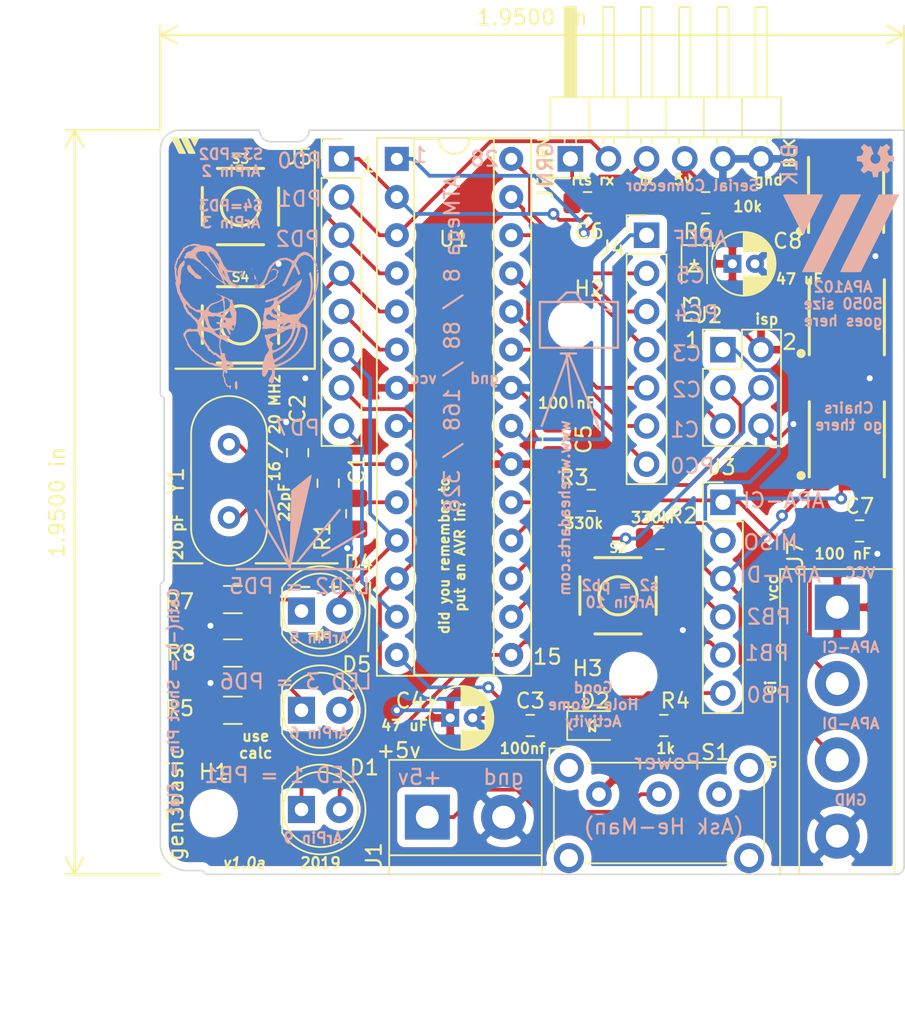
<source format=kicad_pcb>
(kicad_pcb (version 20171130) (host pcbnew "(5.1.2)-1")
  (layers (0 F.Cu signal) (31 B.Cu signal) (34 B.Paste user) (35 F.Paste user) (36 B.SilkS user hide) (37 F.SilkS user) (38 B.Mask user) (39 F.Mask user) (44 Edge.Cuts user))
  (net 0 "")
  (net 1 GND)
  (net 2 VCC)
  (net 3 "Net-(D1-Pad1)")
  (net 4 "Net-(D4-Pad1)")
  (net 5 "Net-(D6-Pad6)")
  (net 6 "Net-(D6-Pad5)")
  (net 7 "Net-(D7-Pad6)")
  (net 8 "Net-(D7-Pad5)")
  (net 9 OSC1)
  (net 10 OSC2)
  (net 11 /PD4)
  (net 12 /PD7)
  (net 13 /PD3)
  (net 14 /PD2)
  (net 15 /LED1)
  (net 16 /PWRLED)
  (net 17 /LED2)
  (net 18 /LED3)
  (net 19 /PB5)
  (net 20 /MISO)
  (net 21 /MOSI)
  (net 22 /PC0)
  (net 23 /PC1)
  (net 24 /PC2)
  (net 25 /PC3)
  (net 26 /PC4)
  (net 27 /PC5)
  (net 28 /PB0)
  (net 29 /PB2)
  (net 30 /RESET#)
  (net 31 "Net-(D5-Pad1)")
  (net 32 /PD1-TXD)
  (net 33 /PD0-RXD)
  (net 34 /DTR)
  (net 35 /IN+)
  (net 36 /APA-CI)
  (net 37 /APA-DI)
  (net 38 /AREF)
  (module SparkFun-LED:APA102C (layer F.Cu) (at 96.471 48.755 270)
    (fp_text reference D8 hide)
    (fp_text value APA102C hide)
    (pad 1 smd rect (at 2.4 1.7 270) (size 2 1.1) (layers F.Cu F.Paste F.Mask) (net 7 "Net-(D7-Pad6)"))
    (pad 2 smd rect (at 2.399998 0 270) (size 2 1.1) (layers F.Cu F.Paste F.Mask) (net 8 "Net-(D7-Pad5)"))
    (pad 3 smd rect (at 2.4 -1.700001 270) (size 2 1.1) (layers F.Cu F.Paste F.Mask) (net 1 GND))
    (pad 4 smd rect (at -2.4 -1.7 90) (size 2 1.1) (layers F.Cu F.Paste F.Mask) (net 2 VCC))
    (pad 5 smd rect (at -2.399998 0 90) (size 2 1.1) (layers F.Cu F.Paste F.Mask))
    (pad 6 smd rect (at -2.4 1.700001 90) (size 2 1.1) (layers F.Cu F.Paste F.Mask))
  )
  (module SparkFun-LED:APA102C (layer F.Cu) (at 96.52 56.896 270)
    (fp_text reference D7 hide)
    (fp_text value APA102C hide)
    (pad 1 smd rect (at 2.4 1.7 270) (size 2 1.1) (layers F.Cu F.Paste F.Mask) (net 5 "Net-(D6-Pad6)"))
    (pad 2 smd rect (at 2.399998 0 270) (size 2 1.1) (layers F.Cu F.Paste F.Mask) (net 6 "Net-(D6-Pad5)"))
    (pad 3 smd rect (at 2.4 -1.700001 270) (size 2 1.1) (layers F.Cu F.Paste F.Mask) (net 1 GND))
    (pad 4 smd rect (at -2.4 -1.7 90) (size 2 1.1) (layers F.Cu F.Paste F.Mask) (net 2 VCC))
    (pad 5 smd rect (at -2.399998 0 90) (size 2 1.1) (layers F.Cu F.Paste F.Mask) (net 8 "Net-(D7-Pad5)"))
    (pad 6 smd rect (at -2.4 1.700001 90) (size 2 1.1) (layers F.Cu F.Paste F.Mask) (net 7 "Net-(D7-Pad6)"))
  )
  (module SparkFun-LED:APA102C (layer F.Cu) (at 96.52 65.024 270)
    (fp_text reference D6 hide)
    (fp_text value APA102C hide)
    (pad 1 smd rect (at 2.4 1.7 270) (size 2 1.1) (layers F.Cu F.Paste F.Mask) (net 37 /APA-DI))
    (pad 2 smd rect (at 2.399998 0 270) (size 2 1.1) (layers F.Cu F.Paste F.Mask) (net 36 /APA-CI))
    (pad 3 smd rect (at 2.4 -1.700001 270) (size 2 1.1) (layers F.Cu F.Paste F.Mask) (net 1 GND))
    (pad 4 smd rect (at -2.4 -1.7 90) (size 2 1.1) (layers F.Cu F.Paste F.Mask) (net 2 VCC))
    (pad 5 smd rect (at -2.399998 0 90) (size 2 1.1) (layers F.Cu F.Paste F.Mask) (net 6 "Net-(D6-Pad5)"))
    (pad 6 smd rect (at -2.4 1.700001 90) (size 2 1.1) (layers F.Cu F.Paste F.Mask) (net 5 "Net-(D6-Pad6)"))
  )
  (module myFootprints:W-Logo (layer B.Cu) (at 93.599 52.578 180)
    (fp_text reference REF** hide)
    (fp_text value W-Logo hide)
  )
  (module SparkFun-Aesthetics:OSHW-LOGO-MINI (layer B.Cu) (at 98.425 46.355)
    (fp_text reference "" (at 0 0) (layer B.SilkS) (effects (font (size 1.524 1.524)) (justify mirror)))
    (fp_text value "" (at 0 0) (layer B.SilkS) (effects (font (size 1.524 1.524)) (justify mirror)))
  )
  (module "myFootprints:Linds Fairy" (layer B.Cu) (at 56.642 57.785 180)
    (fp_text reference G*** hide)
    (fp_text value LOGO hide)
  )
  (module Connector_PinHeader_2.54mm:PinHeader_1x06_P2.54mm_Horizontal (layer F.Cu) (at 78.105 46.355 90)
    (fp_text reference J6 (at -1.905 -1.651 270) (layer F.SilkS))
    (fp_text value Conn_01x06)
    (pad 6 thru_hole oval (at 0 12.7 90) (size 1.7 1.7) (drill 1) (layers *.Cu *.Mask) (net 1 GND))
    (pad 5 thru_hole oval (at 0 10.16 90) (size 1.7 1.7) (drill 1) (layers *.Cu *.Mask) (net 1 GND))
    (pad 4 thru_hole oval (at 0 7.62 90) (size 1.7 1.7) (drill 1) (layers *.Cu *.Mask) (net 2 VCC))
    (pad 3 thru_hole oval (at 0 5.08 90) (size 1.7 1.7) (drill 1) (layers *.Cu *.Mask) (net 33 /PD0-RXD))
    (pad 2 thru_hole oval (at 0 2.54 90) (size 1.7 1.7) (drill 1) (layers *.Cu *.Mask) (net 32 /PD1-TXD))
    (pad 1 thru_hole rect (at 0 0 90) (size 1.7 1.7) (drill 1) (layers *.Cu *.Mask) (net 34 /DTR))
  )
  (module TerminalBlock:TerminalBlock_bornier-2_P5.08mm (layer F.Cu) (at 68.58 90.17)
    (fp_text reference J1 (at -3.556 2.54 90) (layer F.SilkS))
    (fp_text value Screw_Terminal_01x02)
    (pad 2 thru_hole circle (at 5.08 0) (size 3 3) (drill 1.52) (layers *.Cu *.Mask) (net 1 GND))
    (pad 1 thru_hole rect (at 0 0) (size 3 3) (drill 1.52) (layers *.Cu *.Mask) (net 35 /IN+))
  )
  (module Button_Switch_THT:SW_E-Switch_EG1224_SPDT_Angled (layer F.Cu) (at 80.01 88.646)
    (fp_text reference S1 (at 7.747 -2.794) (layer F.SilkS))
    (fp_text value "EG1224 ")
    (pad 3 thru_hole circle (at 8 0) (size 1.7 1.7) (drill 0.9) (layers *.Cu *.Mask))
    (pad 2 thru_hole circle (at 4 0) (size 1.7 1.7) (drill 0.9) (layers *.Cu *.Mask) (net 35 /IN+))
    (pad 1 thru_hole circle (at 0 0) (size 1.7 1.7) (drill 0.9) (layers *.Cu *.Mask) (net 2 VCC))
    (pad "" thru_hole circle (at -2 4.25) (size 2 2) (drill 1.2) (layers *.Cu *.Mask))
    (pad "" thru_hole circle (at 10 4.25) (size 2 2) (drill 1.2) (layers *.Cu *.Mask))
    (pad "" thru_hole circle (at 10 -1.75) (size 2 2) (drill 1.2) (layers *.Cu *.Mask))
    (pad "" thru_hole circle (at -2 -1.75) (size 2 2) (drill 1.2) (layers *.Cu *.Mask))
  )
  (module Resistor_SMD:R_0805_2012Metric_Pad1.15x1.40mm_HandSolder (layer F.Cu) (at 84.074 71.628)
    (fp_text reference R2 (at 1.524 -1.524) (layer F.SilkS))
    (fp_text value 330k)
    (pad 2 smd roundrect (at 1.025 0) (size 1.15 1.4) (layers F.Cu F.Paste F.Mask) (roundrect_rratio 0.217391) (net 37 /APA-DI))
    (pad 1 smd roundrect (at -1.025 0) (size 1.15 1.4) (layers F.Cu F.Paste F.Mask) (roundrect_rratio 0.217391) (net 21 /MOSI))
  )
  (module Resistor_SMD:R_0805_2012Metric_Pad1.15x1.40mm_HandSolder (layer F.Cu) (at 79.502 69.088)
    (fp_text reference R3 (at -1.143 -1.524) (layer F.SilkS))
    (fp_text value 330k)
    (pad 2 smd roundrect (at 1.025 0) (size 1.15 1.4) (layers F.Cu F.Paste F.Mask) (roundrect_rratio 0.217391) (net 36 /APA-CI))
    (pad 1 smd roundrect (at -1.025 0) (size 1.15 1.4) (layers F.Cu F.Paste F.Mask) (roundrect_rratio 0.217391) (net 19 /PB5))
  )
  (module MountingHole:MountingHole_2.2mm_M2_ISO7380 (layer F.Cu) (at 82.296 80.772)
    (fp_text reference H3 (at -3.048 -0.508) (layer F.SilkS))
    (fp_text value MountingHole)
    (pad 1 np_thru_hole circle (at 0 0) (size 2.2 2.2) (drill 2.2) (layers *.Cu *.Mask))
  )
  (module MountingHole:MountingHole_2.2mm_M2_ISO7380 (layer F.Cu) (at 78.232 57.404)
    (fp_text reference H2 (at 1.143 -2.413) (layer F.SilkS))
    (fp_text value MountingHole)
    (pad 1 np_thru_hole circle (at 0 0) (size 2.2 2.2) (drill 2.2) (layers *.Cu *.Mask))
  )
  (module MountingHole:MountingHole_2.2mm_M2_ISO7380 (layer F.Cu) (at 54.356 89.916)
    (fp_text reference H1 (at 0 -2.75) (layer F.SilkS))
    (fp_text value MountingHole)
    (pad 1 np_thru_hole circle (at 0 0) (size 2.2 2.2) (drill 2.2) (layers *.Cu *.Mask))
  )
  (module Capacitor_SMD:C_0805_2012Metric_Pad1.15x1.40mm_HandSolder (layer F.Cu) (at 75.438 84.074)
    (fp_text reference C3 (at 0 -1.65) (layer F.SilkS))
    (fp_text value 100nF)
    (pad 1 smd roundrect (at -1.025 0) (size 1.15 1.4) (layers F.Cu F.Paste F.Mask) (roundrect_rratio 0.217391) (net 2 VCC))
    (pad 2 smd roundrect (at 1.025 0) (size 1.15 1.4) (layers F.Cu F.Paste F.Mask) (roundrect_rratio 0.217391) (net 1 GND))
  )
  (module SparkFun-Switches:TACTILE_SWITCH_SMD_5.2MM (layer F.Cu) (at 81.28 75.438)
    (fp_text reference S2 (at 0 -3.175) (layer F.SilkS) (effects (font (size 0.6096 0.6096) (thickness 0.127))))
    (fp_text value MOMENTARY-SWITCH-SPST-SMD-5.2-REDUNDANT hide)
    (pad 4 smd rect (at 2.794 1.905 90) (size 0.762 1.524) (layers F.Cu F.Paste F.Mask) (net 1 GND))
    (pad 3 smd rect (at -2.794 1.905 90) (size 0.762 1.524) (layers F.Cu F.Paste F.Mask) (net 1 GND))
    (pad 2 smd rect (at 2.794 -1.905 90) (size 0.762 1.524) (layers F.Cu F.Paste F.Mask) (net 29 /PB2))
    (pad 1 smd rect (at -2.794 -1.905 90) (size 0.762 1.524) (layers F.Cu F.Paste F.Mask) (net 29 /PB2))
  )
  (module Resistor_SMD:R_1206_3216Metric_Pad1.42x1.75mm_HandSolder (layer F.Cu) (at 55.626 79.248 180)
    (fp_text reference R8 (at 3.429 0) (layer F.SilkS))
    (fp_text value 1k)
    (pad 2 smd roundrect (at 1.4875 0 180) (size 1.425 1.75) (layers F.Cu F.Paste F.Mask) (roundrect_rratio 0.175439) (net 1 GND))
    (pad 1 smd roundrect (at -1.4875 0 180) (size 1.425 1.75) (layers F.Cu F.Paste F.Mask) (roundrect_rratio 0.175439) (net 31 "Net-(D5-Pad1)"))
  )
  (module Resistor_SMD:R_1206_3216Metric_Pad1.42x1.75mm_HandSolder (layer F.Cu) (at 55.626 75.692 180)
    (fp_text reference R7 (at 3.556 -0.127) (layer F.SilkS))
    (fp_text value 1k)
    (pad 2 smd roundrect (at 1.4875 0 180) (size 1.425 1.75) (layers F.Cu F.Paste F.Mask) (roundrect_rratio 0.175439) (net 1 GND))
    (pad 1 smd roundrect (at -1.4875 0 180) (size 1.425 1.75) (layers F.Cu F.Paste F.Mask) (roundrect_rratio 0.175439) (net 4 "Net-(D4-Pad1)"))
  )
  (module Resistor_SMD:R_1206_3216Metric_Pad1.42x1.75mm_HandSolder (layer F.Cu) (at 55.626 83.058 180)
    (fp_text reference R5 (at 3.556 0.127) (layer F.SilkS))
    (fp_text value 1k)
    (pad 2 smd roundrect (at 1.4875 0 180) (size 1.425 1.75) (layers F.Cu F.Paste F.Mask) (roundrect_rratio 0.175439) (net 1 GND))
    (pad 1 smd roundrect (at -1.4875 0 180) (size 1.425 1.75) (layers F.Cu F.Paste F.Mask) (roundrect_rratio 0.175439) (net 3 "Net-(D1-Pad1)"))
  )
  (module Resistor_SMD:R_0805_2012Metric_Pad1.15x1.40mm_HandSolder (layer F.Cu) (at 61.976 67.945 270)
    (fp_text reference R1 (at 3.556 0.381 90) (layer F.SilkS))
    (fp_text value 1M)
    (pad 2 smd roundrect (at 1.025 0 270) (size 1.15 1.4) (layers F.Cu F.Paste F.Mask) (roundrect_rratio 0.217391) (net 9 OSC1))
    (pad 1 smd roundrect (at -1.025 0 270) (size 1.15 1.4) (layers F.Cu F.Paste F.Mask) (roundrect_rratio 0.217391) (net 10 OSC2))
  )
  (module Crystal:Crystal_HC49-U_Vertical (layer F.Cu) (at 55.372 70.231 90)
    (fp_text reference Y1 (at 2.44 -3.525 90) (layer F.SilkS))
    (fp_text value "16.0000MHZ 20PF")
    (pad 2 thru_hole circle (at 4.88 0 90) (size 1.5 1.5) (drill 0.8) (layers *.Cu *.Mask) (net 10 OSC2))
    (pad 1 thru_hole circle (at 0 0 90) (size 1.5 1.5) (drill 0.8) (layers *.Cu *.Mask) (net 9 OSC1))
  )
  (module SparkFun-Switches:TACTILE_SWITCH_SMD_5.2MM (layer F.Cu) (at 56.134 57.404)
    (fp_text reference S4 (at 0 -3.175) (layer F.SilkS) (effects (font (size 0.6096 0.6096) (thickness 0.127))))
    (fp_text value MOMENTARY-SWITCH-SPST-SMD-5.2-REDUNDANT hide)
    (pad 4 smd rect (at 2.794 1.905 90) (size 0.762 1.524) (layers F.Cu F.Paste F.Mask) (net 1 GND))
    (pad 3 smd rect (at -2.794 1.905 90) (size 0.762 1.524) (layers F.Cu F.Paste F.Mask) (net 1 GND))
    (pad 2 smd rect (at 2.794 -1.905 90) (size 0.762 1.524) (layers F.Cu F.Paste F.Mask) (net 13 /PD3))
    (pad 1 smd rect (at -2.794 -1.905 90) (size 0.762 1.524) (layers F.Cu F.Paste F.Mask) (net 13 /PD3))
  )
  (module SparkFun-Switches:TACTILE_SWITCH_SMD_5.2MM (layer F.Cu) (at 56.134 49.53)
    (fp_text reference S3 (at 0 -3.175) (layer F.SilkS) (effects (font (size 0.6096 0.6096) (thickness 0.127))))
    (fp_text value MOMENTARY-SWITCH-SPST-SMD-5.2-REDUNDANT hide)
    (pad 4 smd rect (at 2.794 1.905 90) (size 0.762 1.524) (layers F.Cu F.Paste F.Mask) (net 1 GND))
    (pad 3 smd rect (at -2.794 1.905 90) (size 0.762 1.524) (layers F.Cu F.Paste F.Mask) (net 1 GND))
    (pad 2 smd rect (at 2.794 -1.905 90) (size 0.762 1.524) (layers F.Cu F.Paste F.Mask) (net 14 /PD2))
    (pad 1 smd rect (at -2.794 -1.905 90) (size 0.762 1.524) (layers F.Cu F.Paste F.Mask) (net 14 /PD2))
  )
  (module Resistor_SMD:R_0805_2012Metric_Pad1.15x1.40mm_HandSolder (layer F.Cu) (at 87.122 49.276)
    (fp_text reference R6 (at -0.508 1.905) (layer F.SilkS))
    (fp_text value 10k)
    (pad 2 smd roundrect (at 1.025 0) (size 1.15 1.4) (layers F.Cu F.Paste F.Mask) (roundrect_rratio 0.217391) (net 2 VCC))
    (pad 1 smd roundrect (at -1.025 0) (size 1.15 1.4) (layers F.Cu F.Paste F.Mask) (roundrect_rratio 0.217391) (net 30 /RESET#))
  )
  (module Resistor_SMD:R_0805_2012Metric_Pad1.15x1.40mm_HandSolder (layer F.Cu) (at 84.328 84.074)
    (fp_text reference R4 (at 0.762 -1.651) (layer F.SilkS))
    (fp_text value 1k)
    (pad 1 smd roundrect (at -1.025 0) (size 1.15 1.4) (layers F.Cu F.Paste F.Mask) (roundrect_rratio 0.217391) (net 16 /PWRLED))
    (pad 2 smd roundrect (at 1.025 0) (size 1.15 1.4) (layers F.Cu F.Paste F.Mask) (roundrect_rratio 0.217391) (net 2 VCC))
  )
  (module Connector_PinHeader_2.54mm:PinHeader_1x07_P2.54mm_Vertical (layer F.Cu) (at 83.185 51.435)
    (fp_text reference J4 (at -2.286 0.889) (layer F.SilkS))
    (fp_text value Conn_01x07)
    (pad 7 thru_hole oval (at 0 15.24) (size 1.7 1.7) (drill 1) (layers *.Cu *.Mask) (net 22 /PC0))
    (pad 6 thru_hole oval (at 0 12.7) (size 1.7 1.7) (drill 1) (layers *.Cu *.Mask) (net 23 /PC1))
    (pad 5 thru_hole oval (at 0 10.16) (size 1.7 1.7) (drill 1) (layers *.Cu *.Mask) (net 24 /PC2))
    (pad 4 thru_hole oval (at 0 7.62) (size 1.7 1.7) (drill 1) (layers *.Cu *.Mask) (net 25 /PC3))
    (pad 3 thru_hole oval (at 0 5.08) (size 1.7 1.7) (drill 1) (layers *.Cu *.Mask) (net 26 /PC4))
    (pad 2 thru_hole oval (at 0 2.54) (size 1.7 1.7) (drill 1) (layers *.Cu *.Mask) (net 27 /PC5))
    (pad 1 thru_hole rect (at 0 0) (size 1.7 1.7) (drill 1) (layers *.Cu *.Mask) (net 38 /AREF))
  )
  (module Connector_PinHeader_2.54mm:PinHeader_1x06_P2.54mm_Vertical (layer F.Cu) (at 88.265 69.215)
    (fp_text reference J3 (at 0 -2.33) (layer F.SilkS))
    (fp_text value Conn_01x06)
    (pad 6 thru_hole oval (at 0 12.7) (size 1.7 1.7) (drill 1) (layers *.Cu *.Mask) (net 28 /PB0))
    (pad 5 thru_hole oval (at 0 10.16) (size 1.7 1.7) (drill 1) (layers *.Cu *.Mask) (net 15 /LED1))
    (pad 4 thru_hole oval (at 0 7.62) (size 1.7 1.7) (drill 1) (layers *.Cu *.Mask) (net 29 /PB2))
    (pad 3 thru_hole oval (at 0 5.08) (size 1.7 1.7) (drill 1) (layers *.Cu *.Mask) (net 37 /APA-DI))
    (pad 2 thru_hole oval (at 0 2.54) (size 1.7 1.7) (drill 1) (layers *.Cu *.Mask) (net 20 /MISO))
    (pad 1 thru_hole rect (at 0 0) (size 1.7 1.7) (drill 1) (layers *.Cu *.Mask) (net 36 /APA-CI))
  )
  (module LED_THT:LED_D5.0mm_Clear (layer F.Cu) (at 60.198 83.058)
    (fp_text reference D5 (at 3.683 -3.048) (layer F.SilkS))
    (fp_text value LED)
    (pad 2 thru_hole circle (at 2.54 0) (size 1.8 1.8) (drill 0.9) (layers *.Cu *.Mask) (net 18 /LED3))
    (pad 1 thru_hole rect (at 0 0) (size 1.8 1.8) (drill 0.9) (layers *.Cu *.Mask) (net 31 "Net-(D5-Pad1)"))
  )
  (module LED_THT:LED_D5.0mm_Clear (layer F.Cu) (at 60.198 76.454)
    (fp_text reference D4 (at 3.81 -3.175) (layer F.SilkS))
    (fp_text value LED)
    (pad 2 thru_hole circle (at 2.54 0) (size 1.8 1.8) (drill 0.9) (layers *.Cu *.Mask) (net 17 /LED2))
    (pad 1 thru_hole rect (at 0 0) (size 1.8 1.8) (drill 0.9) (layers *.Cu *.Mask) (net 4 "Net-(D4-Pad1)"))
  )
  (module Diode_SMD:D_SOD-323 (layer F.Cu) (at 86.36 53.594 270)
    (fp_text reference D3 (at 2.794 0.127 90) (layer F.SilkS))
    (fp_text value 1N4148WS)
    (pad 2 smd rect (at 1.05 0 270) (size 0.6 0.45) (layers F.Cu F.Paste F.Mask) (net 30 /RESET#))
    (pad 1 smd rect (at -1.05 0 270) (size 0.6 0.45) (layers F.Cu F.Paste F.Mask) (net 2 VCC))
  )
  (module LED_SMD:LED_0805_2012Metric_Pad1.15x1.40mm_HandSolder (layer F.Cu) (at 79.756 84.074)
    (fp_text reference D2 (at 0 -1.65) (layer F.SilkS))
    (fp_text value LED)
    (pad 1 smd roundrect (at -1.025 0) (size 1.15 1.4) (layers F.Cu F.Paste F.Mask) (roundrect_rratio 0.217391) (net 1 GND))
    (pad 2 smd roundrect (at 1.025 0) (size 1.15 1.4) (layers F.Cu F.Paste F.Mask) (roundrect_rratio 0.217391) (net 16 /PWRLED))
  )
  (module LED_THT:LED_D5.0mm_Clear (layer F.Cu) (at 60.198 89.662)
    (fp_text reference D1 (at 4.191 -2.794) (layer F.SilkS))
    (fp_text value LED)
    (pad 2 thru_hole circle (at 2.54 0) (size 1.8 1.8) (drill 0.9) (layers *.Cu *.Mask) (net 15 /LED1))
    (pad 1 thru_hole rect (at 0 0) (size 1.8 1.8) (drill 0.9) (layers *.Cu *.Mask) (net 3 "Net-(D1-Pad1)"))
  )
  (module Capacitor_SMD:C_0805_2012Metric_Pad1.15x1.40mm_HandSolder (layer F.Cu) (at 59.944 65.913 270)
    (fp_text reference C2 (at -2.921 0 90) (layer F.SilkS))
    (fp_text value 22pF)
    (pad 2 smd roundrect (at 1.025 0 270) (size 1.15 1.4) (layers F.Cu F.Paste F.Mask) (roundrect_rratio 0.217391) (net 10 OSC2))
    (pad 1 smd roundrect (at -1.025 0 270) (size 1.15 1.4) (layers F.Cu F.Paste F.Mask) (roundrect_rratio 0.217391) (net 1 GND))
  )
  (module Capacitor_SMD:C_0805_2012Metric_Pad1.15x1.40mm_HandSolder (layer F.Cu) (at 63.881 69.977 90)
    (fp_text reference C1 (at 2.921 0 90) (layer F.SilkS))
    (fp_text value 22pF)
    (pad 2 smd roundrect (at 1.025 0 90) (size 1.15 1.4) (layers F.Cu F.Paste F.Mask) (roundrect_rratio 0.217391) (net 9 OSC1))
    (pad 1 smd roundrect (at -1.025 0 90) (size 1.15 1.4) (layers F.Cu F.Paste F.Mask) (roundrect_rratio 0.217391) (net 1 GND))
  )
  (module Capacitor_SMD:C_0805_2012Metric_Pad1.15x1.40mm_HandSolder (layer F.Cu) (at 97.3725 71.12)
    (fp_text reference C7 (at 0 -1.65) (layer F.SilkS))
    (fp_text value "100 nF")
    (pad 2 smd roundrect (at 1.025 0) (size 1.15 1.4) (layers F.Cu F.Paste F.Mask) (roundrect_rratio 0.217391) (net 1 GND))
    (pad 1 smd roundrect (at -1.025 0) (size 1.15 1.4) (layers F.Cu F.Paste F.Mask) (roundrect_rratio 0.217391) (net 2 VCC))
  )
  (module Capacitor_SMD:C_0805_2012Metric_Pad1.15x1.40mm_HandSolder (layer F.Cu) (at 79.248 49.276)
    (fp_text reference C6 (at 0.127 1.905) (layer F.SilkS))
    (fp_text value "100 nF")
    (pad 2 smd roundrect (at 1.025 0) (size 1.15 1.4) (layers F.Cu F.Paste F.Mask) (roundrect_rratio 0.217391) (net 30 /RESET#))
    (pad 1 smd roundrect (at -1.025 0) (size 1.15 1.4) (layers F.Cu F.Paste F.Mask) (roundrect_rratio 0.217391) (net 34 /DTR))
  )
  (module Capacitor_SMD:C_0805_2012Metric_Pad1.15x1.40mm_HandSolder (layer F.Cu) (at 76.962 65.024 90)
    (fp_text reference C5 (at 0 2.032 90) (layer F.SilkS))
    (fp_text value "100 nF")
    (pad 2 smd roundrect (at 1.025 0 90) (size 1.15 1.4) (layers F.Cu F.Paste F.Mask) (roundrect_rratio 0.217391) (net 1 GND))
    (pad 1 smd roundrect (at -1.025 0 90) (size 1.15 1.4) (layers F.Cu F.Paste F.Mask) (roundrect_rratio 0.217391) (net 2 VCC))
  )
  (module Package_DIP:DIP-28_W7.62mm_Socket (layer F.Cu) (at 66.548 46.355)
    (fp_text reference U1 (at 3.81 5.334) (layer F.SilkS))
    (fp_text value ATMEGA328-PU)
    (pad 28 thru_hole oval (at 7.62 0) (size 1.6 1.6) (drill 0.8) (layers *.Cu *.Mask) (net 27 /PC5))
    (pad 14 thru_hole oval (at 0 33.02) (size 1.6 1.6) (drill 0.8) (layers *.Cu *.Mask) (net 28 /PB0))
    (pad 27 thru_hole oval (at 7.62 2.54) (size 1.6 1.6) (drill 0.8) (layers *.Cu *.Mask) (net 26 /PC4))
    (pad 13 thru_hole oval (at 0 30.48) (size 1.6 1.6) (drill 0.8) (layers *.Cu *.Mask) (net 12 /PD7))
    (pad 26 thru_hole oval (at 7.62 5.08) (size 1.6 1.6) (drill 0.8) (layers *.Cu *.Mask) (net 25 /PC3))
    (pad 12 thru_hole oval (at 0 27.94) (size 1.6 1.6) (drill 0.8) (layers *.Cu *.Mask) (net 18 /LED3))
    (pad 25 thru_hole oval (at 7.62 7.62) (size 1.6 1.6) (drill 0.8) (layers *.Cu *.Mask) (net 24 /PC2))
    (pad 11 thru_hole oval (at 0 25.4) (size 1.6 1.6) (drill 0.8) (layers *.Cu *.Mask) (net 17 /LED2))
    (pad 24 thru_hole oval (at 7.62 10.16) (size 1.6 1.6) (drill 0.8) (layers *.Cu *.Mask) (net 23 /PC1))
    (pad 10 thru_hole oval (at 0 22.86) (size 1.6 1.6) (drill 0.8) (layers *.Cu *.Mask) (net 9 OSC1))
    (pad 23 thru_hole oval (at 7.62 12.7) (size 1.6 1.6) (drill 0.8) (layers *.Cu *.Mask) (net 22 /PC0))
    (pad 9 thru_hole oval (at 0 20.32) (size 1.6 1.6) (drill 0.8) (layers *.Cu *.Mask) (net 10 OSC2))
    (pad 22 thru_hole oval (at 7.62 15.24) (size 1.6 1.6) (drill 0.8) (layers *.Cu *.Mask) (net 1 GND))
    (pad 8 thru_hole oval (at 0 17.78) (size 1.6 1.6) (drill 0.8) (layers *.Cu *.Mask) (net 1 GND))
    (pad 21 thru_hole oval (at 7.62 17.78) (size 1.6 1.6) (drill 0.8) (layers *.Cu *.Mask) (net 38 /AREF))
    (pad 7 thru_hole oval (at 0 15.24) (size 1.6 1.6) (drill 0.8) (layers *.Cu *.Mask) (net 2 VCC))
    (pad 20 thru_hole oval (at 7.62 20.32) (size 1.6 1.6) (drill 0.8) (layers *.Cu *.Mask) (net 2 VCC))
    (pad 6 thru_hole oval (at 0 12.7) (size 1.6 1.6) (drill 0.8) (layers *.Cu *.Mask) (net 11 /PD4))
    (pad 19 thru_hole oval (at 7.62 22.86) (size 1.6 1.6) (drill 0.8) (layers *.Cu *.Mask) (net 19 /PB5))
    (pad 5 thru_hole oval (at 0 10.16) (size 1.6 1.6) (drill 0.8) (layers *.Cu *.Mask) (net 13 /PD3))
    (pad 18 thru_hole oval (at 7.62 25.4) (size 1.6 1.6) (drill 0.8) (layers *.Cu *.Mask) (net 20 /MISO))
    (pad 4 thru_hole oval (at 0 7.62) (size 1.6 1.6) (drill 0.8) (layers *.Cu *.Mask) (net 14 /PD2))
    (pad 17 thru_hole oval (at 7.62 27.94) (size 1.6 1.6) (drill 0.8) (layers *.Cu *.Mask) (net 21 /MOSI))
    (pad 3 thru_hole oval (at 0 5.08) (size 1.6 1.6) (drill 0.8) (layers *.Cu *.Mask) (net 32 /PD1-TXD))
    (pad 16 thru_hole oval (at 7.62 30.48) (size 1.6 1.6) (drill 0.8) (layers *.Cu *.Mask) (net 29 /PB2))
    (pad 2 thru_hole oval (at 0 2.54) (size 1.6 1.6) (drill 0.8) (layers *.Cu *.Mask) (net 33 /PD0-RXD))
    (pad 15 thru_hole oval (at 7.62 33.02) (size 1.6 1.6) (drill 0.8) (layers *.Cu *.Mask) (net 15 /LED1))
    (pad 1 thru_hole rect (at 0 0) (size 1.6 1.6) (drill 0.8) (layers *.Cu *.Mask) (net 30 /RESET#))
  )
  (module TerminalBlock:TerminalBlock_bornier-4_P5.08mm (layer F.Cu) (at 95.885 76.2 270)
    (fp_text reference J7 (at -3.556 2.794 90) (layer F.SilkS))
    (fp_text value Screw_Terminal_01x04)
    (pad 4 thru_hole circle (at 15.24 0 270) (size 3 3) (drill 1.52) (layers *.Cu *.Mask) (net 1 GND))
    (pad 1 thru_hole rect (at 0 0 270) (size 3 3) (drill 1.52) (layers *.Cu *.Mask) (net 2 VCC))
    (pad 3 thru_hole circle (at 10.16 0 270) (size 3 3) (drill 1.52) (layers *.Cu *.Mask) (net 37 /APA-DI))
    (pad 2 thru_hole circle (at 5.08 0 270) (size 3 3) (drill 1.52) (layers *.Cu *.Mask) (net 36 /APA-CI))
  )
  (module Connector_PinHeader_2.54mm:PinHeader_1x08_P2.54mm_Vertical (layer F.Cu) (at 62.865 46.355)
    (fp_text reference J5 (at -2.794 -0.127) (layer F.SilkS))
    (fp_text value Conn_01x08)
    (pad 8 thru_hole oval (at 0 17.78) (size 1.7 1.7) (drill 1) (layers *.Cu *.Mask) (net 12 /PD7))
    (pad 7 thru_hole oval (at 0 15.24) (size 1.7 1.7) (drill 1) (layers *.Cu *.Mask) (net 18 /LED3))
    (pad 6 thru_hole oval (at 0 12.7) (size 1.7 1.7) (drill 1) (layers *.Cu *.Mask) (net 17 /LED2))
    (pad 5 thru_hole oval (at 0 10.16) (size 1.7 1.7) (drill 1) (layers *.Cu *.Mask) (net 11 /PD4))
    (pad 4 thru_hole oval (at 0 7.62) (size 1.7 1.7) (drill 1) (layers *.Cu *.Mask) (net 13 /PD3))
    (pad 3 thru_hole oval (at 0 5.08) (size 1.7 1.7) (drill 1) (layers *.Cu *.Mask) (net 14 /PD2))
    (pad 2 thru_hole oval (at 0 2.54) (size 1.7 1.7) (drill 1) (layers *.Cu *.Mask) (net 32 /PD1-TXD))
    (pad 1 thru_hole rect (at 0 0) (size 1.7 1.7) (drill 1) (layers *.Cu *.Mask) (net 33 /PD0-RXD))
  )
  (module Connector_PinHeader_2.54mm:PinHeader_2x03_P2.54mm_Vertical (layer F.Cu) (at 88.265 59.055)
    (fp_text reference J2 (at -0.889 -2.286) (layer F.SilkS))
    (fp_text value AVR-ISP-6)
    (pad 6 thru_hole oval (at 2.54 5.08) (size 1.7 1.7) (drill 1) (layers *.Cu *.Mask) (net 1 GND))
    (pad 5 thru_hole oval (at 0 5.08) (size 1.7 1.7) (drill 1) (layers *.Cu *.Mask) (net 30 /RESET#))
    (pad 4 thru_hole oval (at 2.54 2.54) (size 1.7 1.7) (drill 1) (layers *.Cu *.Mask) (net 21 /MOSI))
    (pad 3 thru_hole oval (at 0 2.54) (size 1.7 1.7) (drill 1) (layers *.Cu *.Mask) (net 19 /PB5))
    (pad 2 thru_hole oval (at 2.54 0) (size 1.7 1.7) (drill 1) (layers *.Cu *.Mask) (net 2 VCC))
    (pad 1 thru_hole rect (at 0 0) (size 1.7 1.7) (drill 1) (layers *.Cu *.Mask) (net 20 /MISO))
  )
  (module Capacitor_THT:CP_Radial_D4.0mm_P1.50mm (layer F.Cu) (at 88.9 53.34)
    (fp_text reference C8 (at 3.683 -1.524) (layer F.SilkS))
    (fp_text value 47uF)
    (pad 2 thru_hole circle (at 1.5 0) (size 1.2 1.2) (drill 0.6) (layers *.Cu *.Mask) (net 1 GND))
    (pad 1 thru_hole rect (at 0 0) (size 1.2 1.2) (drill 0.6) (layers *.Cu *.Mask) (net 2 VCC))
  )
  (module Capacitor_THT:CP_Radial_D4.0mm_P1.50mm (layer F.Cu) (at 70.104 83.566)
    (fp_text reference C4 (at -2.667 -1.143) (layer F.SilkS))
    (fp_text value 47uF)
    (pad 1 thru_hole rect (at 0 0) (size 1.2 1.2) (drill 0.6) (layers *.Cu *.Mask) (net 2 VCC))
    (pad 2 thru_hole circle (at 1.5 0) (size 1.2 1.2) (drill 0.6) (layers *.Cu *.Mask) (net 1 GND))
  )
  (gr_text "47 uF" (at 93.345 54.356) (layer F.SilkS) (effects (font (size 0.7 0.7))))
  (gr_text "APA102\n5050 size\ngoes here" (at 96.266 56.007) (layer B.SilkS) (effects (font (size 0.7 0.7)) (justify mirror)))
  (gr_line (start 78.486 55.245) (end 78.867 55.88) (layer B.SilkS) (width 0.15))
  (gr_line (start 77.851 55.245) (end 78.486 55.245) (layer B.SilkS) (width 0.15))
  (gr_line (start 77.216 55.88) (end 77.851 55.245) (layer B.SilkS) (width 0.15))
  (gr_line (start 77.851 59.309) (end 78.232 62.865) (layer B.SilkS) (width 0.15))
  (gr_line (start 77.978 59.309) (end 80.01 64.262) (layer B.SilkS) (width 0.15))
  (gr_line (start 77.978 59.309) (end 76.2 64.135) (layer B.SilkS) (width 0.15))
  (gr_line (start 77.47 59.309) (end 78.486 59.309) (layer B.SilkS) (width 0.15))
  (gr_line (start 80.772 56.515) (end 80.772 56.388) (layer B.SilkS) (width 0.15))
  (gr_line (start 80.645 56.388) (end 80.772 56.515) (layer B.SilkS) (width 0.15))
  (gr_line (start 80.391 56.388) (end 80.645 56.388) (layer B.SilkS) (width 0.15))
  (gr_line (start 76.073 55.88) (end 76.073 58.801) (layer B.SilkS) (width 0.15))
  (gr_line (start 81.28 55.88) (end 76.073 55.88) (layer B.SilkS) (width 0.15))
  (gr_line (start 81.28 58.928) (end 81.28 55.88) (layer B.SilkS) (width 0.15))
  (gr_line (start 76.073 58.928) (end 81.28 58.928) (layer B.SilkS) (width 0.15))
  (gr_text "Good\nHole-Some\nActivity" (at 79.629 82.677) (layer B.SilkS) (effects (font (size 0.7 0.7)) (justify mirror)))
  (gr_line (start 61.595 72.771) (end 64.389 71.12) (layer B.SilkS) (width 0.15))
  (gr_line (start 59.944 73.152) (end 62.738 69.723) (layer B.SilkS) (width 0.15))
  (gr_poly (pts (xy 59.436 73.66) (xy 59.563 68.453) (xy 60.833 67.437) (xy 59.436 73.533)) (layer B.SilkS) (width 0.1))
  (gr_line (start 59.436 73.533) (end 58.039 68.453) (layer B.SilkS) (width 0.15))
  (gr_line (start 59.436 73.533) (end 57.15 69.723) (layer B.SilkS) (width 0.15))
  (gr_line (start 55.88 73.66) (end 64.516 73.66) (layer B.SilkS) (width 0.15))
  (gr_text 2019 (at 61.468 93.218) (layer F.SilkS) (effects (font (size 0.7 0.7))))
  (gr_text gen3basic (at 51.816 89.281 90) (layer F.SilkS) (effects (font (size 1 1))))
  (gr_text www.wireheadarts.com (at 77.724 69.596 90) (layer B.SilkS) (effects (font (size 0.7 0.7)) (justify mirror)))
  (gr_text "did you remember to\nput an AVR in?" (at 70.231 72.771 90) (layer F.SilkS) (effects (font (size 0.65 0.65))))
  (gr_text - (at 77.978 82.804) (layer F.SilkS) (effects (font (size 0.6 0.6))))
  (gr_line (start 61.214 77.724) (end 61.214 78.359) (layer F.SilkS) (width 0.15))
  (gr_line (start 61.595 77.978) (end 62.103 77.978) (layer F.SilkS) (width 0.15))
  (gr_line (start 61.595 78.359) (end 61.341 78.105) (layer F.SilkS) (width 0.15))
  (gr_line (start 61.595 77.724) (end 61.595 78.359) (layer F.SilkS) (width 0.15))
  (gr_line (start 61.214 77.978) (end 61.595 77.724) (layer F.SilkS) (width 0.15))
  (gr_line (start 60.706 77.978) (end 61.214 77.978) (layer F.SilkS) (width 0.15))
  (gr_text + (at 62.357 74.803) (layer F.SilkS) (effects (font (size 0.7 0.7))))
  (gr_text - (at 60.452 74.803) (layer F.SilkS) (effects (font (size 0.7 0.7))))
  (gr_text "Cath(-) = Short Pin = Flat" (at 51.689 82.423 90) (layer B.SilkS) (effects (font (size 0.7 0.7)) (justify mirror)))
  (gr_text v1.0a (at 56.388 93.218) (layer F.SilkS) (effects (font (size 0.7 0.7) (thickness 0.15) italic)))
  (gr_poly (pts (xy 52.832 44.958) (xy 53.086 45.466) (xy 53.34 44.958)) (layer F.SilkS) (width 0.1))
  (gr_poly (pts (xy 52.197 44.958) (xy 52.705 45.974) (xy 53.086 45.974) (xy 52.578 44.958)) (layer F.SilkS) (width 0.1))
  (gr_poly (pts (xy 51.562 44.958) (xy 51.943 44.958) (xy 52.451 45.974) (xy 52.07 45.974)) (layer F.SilkS) (width 0.1))
  (gr_text "Chairs\ngo there" (at 96.647 63.5) (layer B.SilkS) (effects (font (size 0.7 0.7)) (justify mirror)))
  (gr_text "(Ask He-Man)" (at 84.328 90.805) (layer B.SilkS) (effects (font (size 1 1)) (justify mirror)))
  (gr_text Power (at 84.582 86.487) (layer B.SilkS) (effects (font (size 1 1)) (justify mirror)))
  (gr_text "S4=PD3\nArPin 3" (at 55.499 50.038) (layer B.SilkS) (effects (font (size 0.7 0.7)) (justify mirror)))
  (gr_text "S3=PD2\nArPin 2" (at 55.499 46.609) (layer B.SilkS) (effects (font (size 0.7 0.7)) (justify mirror)))
  (gr_text "s2 = pb2\nArPin 10" (at 81.407 75.311) (layer B.SilkS) (effects (font (size 0.7 0.7)) (justify mirror)))
  (gr_text "ArPin 9" (at 60.96 91.567) (layer B.SilkS) (effects (font (size 0.7 0.7)) (justify mirror)))
  (gr_text "ArPin 6" (at 61.341 84.582) (layer B.SilkS) (effects (font (size 0.7 0.7)) (justify mirror)))
  (gr_text "ArPin 5" (at 61.341 78.232) (layer B.SilkS) (effects (font (size 0.7 0.7)) (justify mirror)))
  (gr_text "Serial Connector" (at 86.233 48.133) (layer B.SilkS) (effects (font (size 0.7 0.7)) (justify mirror)))
  (gr_text PD2 (at 59.944 51.689) (layer B.SilkS) (effects (font (size 1 1)) (justify mirror)))
  (gr_text PD1 (at 60.071 49.022) (layer B.SilkS) (effects (font (size 1 1)) (justify mirror)))
  (gr_text BLK (at 92.71 46.736 90) (layer B.SilkS) (effects (font (size 1 1)) (justify mirror)))
  (gr_text GRN (at 76.454 46.736 90) (layer B.SilkS) (effects (font (size 1 1)) (justify mirror)))
  (gr_text vcc (at 68.326 60.96) (layer B.SilkS) (effects (font (size 0.7 0.7)) (justify mirror)))
  (gr_text gnd (at 72.39 60.96) (layer B.SilkS) (effects (font (size 0.7 0.7)) (justify mirror)))
  (gr_text GND (at 96.774 89.027) (layer B.SilkS) (effects (font (size 0.7 0.7)) (justify mirror)))
  (gr_text APA-DI (at 96.774 83.947) (layer B.SilkS) (effects (font (size 0.7 0.7)) (justify mirror)))
  (gr_text APA-CI (at 96.774 78.867) (layer B.SilkS) (effects (font (size 0.7 0.7)) (justify mirror)))
  (gr_text VCC (at 97.409 73.914) (layer B.SilkS) (effects (font (size 0.7 0.7)) (justify mirror)))
  (gr_text "LED2 = PD5" (at 60.071 74.803) (layer B.SilkS) (effects (font (size 1 1)) (justify mirror)))
  (gr_text "LED 3 = PD6" (at 59.817 81.153) (layer B.SilkS) (effects (font (size 1 1)) (justify mirror)))
  (gr_text "LED 1 = PB1" (at 58.801 87.376) (layer B.SilkS) (effects (font (size 1 1)) (justify mirror)))
  (gr_text AREF (at 86.741 51.689) (layer B.SilkS) (effects (font (size 1 1)) (justify mirror)))
  (gr_text C5 (at 86.106 54.102) (layer B.SilkS) (effects (font (size 1 1)) (justify mirror)))
  (gr_text PC4 (at 86.487 56.642) (layer B.SilkS) (effects (font (size 1 1)) (justify mirror)))
  (gr_text C3 (at 85.852 59.309) (layer B.SilkS) (effects (font (size 1 1)) (justify mirror)))
  (gr_text C2 (at 85.852 61.722) (layer B.SilkS) (effects (font (size 1 1)) (justify mirror)))
  (gr_text C1 (at 85.725 64.389) (layer B.SilkS) (effects (font (size 1 1)) (justify mirror)))
  (gr_text PC0 (at 86.233 66.802) (layer B.SilkS) (effects (font (size 1 1)) (justify mirror)))
  (gr_text PD0 (at 60.071 46.482) (layer B.SilkS) (effects (font (size 1 1)) (justify mirror)))
  (gr_text PD7 (at 59.944 64.262) (layer B.SilkS) (effects (font (size 1 1)) (justify mirror)))
  (gr_text gnd (at 73.66 87.503) (layer B.SilkS) (effects (font (size 1 1)) (justify mirror)))
  (gr_text +5v (at 68.072 87.503) (layer B.SilkS) (effects (font (size 1 1)) (justify mirror)))
  (gr_text PB0 (at 91.313 82.042) (layer B.SilkS) (effects (font (size 1 1)) (justify mirror)))
  (gr_text PB1 (at 91.186 79.248) (layer B.SilkS) (effects (font (size 1 1)) (justify mirror)))
  (gr_text PB2 (at 91.313 76.835) (layer B.SilkS) (effects (font (size 1 1)) (justify mirror)))
  (gr_text APA-DI (at 92.075 74.041) (layer B.SilkS) (effects (font (size 1 1)) (justify mirror)))
  (gr_text MISO (at 91.44 71.882) (layer B.SilkS) (effects (font (size 1 1)) (justify mirror)))
  (gr_text APA-CI (at 92.329 69.088) (layer B.SilkS) (effects (font (size 1 1)) (justify mirror)))
  (gr_text 28 (at 72.39 46.355) (layer B.SilkS) (effects (font (size 1 1)) (justify mirror)))
  (gr_text 1 (at 68.072 46.101) (layer B.SilkS) (effects (font (size 1 1)) (justify mirror)))
  (gr_text "ATMega 8 / 88 / 168 / 328" (at 70.231 58.674 90) (layer B.SilkS) (effects (font (size 1 1)) (justify mirror)))
  (gr_text "use\ncalc" (at 57.15 85.344) (layer F.SilkS) (effects (font (size 0.7 0.7))))
  (gr_text "20 pF" (at 51.943 71.501 90) (layer F.SilkS) (effects (font (size 0.7 0.7))))
  (gr_text "16 / 20 MHz" (at 58.42 64.262 90) (layer F.SilkS) (effects (font (size 0.7 0.7))))
  (gr_text isp (at 91.186 57.023) (layer F.SilkS) (effects (font (size 0.7 0.7))))
  (gr_text "100 nF" (at 96.266 72.644) (layer F.SilkS) (effects (font (size 0.7 0.7))))
  (gr_text di (at 91.44 86.487 90) (layer F.SilkS) (effects (font (size 0.7 0.7))))
  (gr_text ci (at 91.44 81.534 90) (layer F.SilkS) (effects (font (size 0.7 0.7))))
  (gr_text vcc (at 91.567 74.93 90) (layer F.SilkS) (effects (font (size 0.7 0.7))))
  (gr_line (start 93.98 49.149) (end 93.98 47.625) (layer F.SilkS) (width 0.15))
  (gr_line (start 93.98 56.769) (end 93.98 54.991) (layer F.SilkS) (width 0.15))
  (gr_text 10k (at 89.916 49.53) (layer F.SilkS) (effects (font (size 0.7 0.7))))
  (gr_line (start 86.741 53.848) (end 86.36 53.34) (layer F.SilkS) (width 0.15))
  (gr_line (start 85.979 53.848) (end 86.741 53.848) (layer F.SilkS) (width 0.15))
  (gr_line (start 86.36 53.34) (end 85.979 53.848) (layer F.SilkS) (width 0.15))
  (gr_line (start 86.36 53.086) (end 86.36 53.34) (layer F.SilkS) (width 0.15))
  (gr_line (start 86.106 53.34) (end 86.614 53.34) (layer F.SilkS) (width 0.15))
  (gr_text "100 nF" (at 77.851 62.611) (layer F.SilkS) (effects (font (size 0.7 0.7))))
  (gr_text 330k (at 83.439 70.231) (layer F.SilkS) (effects (font (size 0.7 0.7))))
  (gr_text 330k (at 78.994 70.612) (layer F.SilkS) (effects (font (size 0.7 0.7))))
  (gr_text 22pF (at 59.055 69.215 90) (layer F.SilkS) (effects (font (size 0.7 0.7))))
  (gr_text 15 (at 76.581 79.502) (layer F.SilkS) (effects (font (size 1 1))))
  (gr_text 1 (at 64.643 46.736) (layer F.SilkS) (effects (font (size 1 1))))
  (gr_text "47 uF" (at 67.056 84.074) (layer F.SilkS) (effects (font (size 0.7 0.7))))
  (gr_line (start 79.756 84.074) (end 80.01 84.074) (layer F.SilkS) (width 0.15))
  (gr_line (start 79.756 84.455) (end 79.375 84.201) (layer F.SilkS) (width 0.15))
  (gr_line (start 79.756 83.693) (end 79.756 84.455) (layer F.SilkS) (width 0.15))
  (gr_line (start 79.375 83.947) (end 79.756 83.693) (layer F.SilkS) (width 0.15))
  (gr_line (start 79.375 84.455) (end 79.375 83.947) (layer F.SilkS) (width 0.15))
  (gr_line (start 79.375 83.693) (end 79.375 84.455) (layer F.SilkS) (width 0.15))
  (gr_text 1k (at 84.455 85.598) (layer F.SilkS) (effects (font (size 0.7 0.7))))
  (gr_text 100nf (at 74.93 85.598) (layer F.SilkS) (effects (font (size 0.7 0.7))))
  (gr_text +5v (at 66.675 85.725) (layer F.SilkS) (effects (font (size 1 1))))
  (gr_text 2 (at 92.71 58.547) (layer F.SilkS) (effects (font (size 1 1))))
  (gr_text 1 (at 86.233 58.42) (layer F.SilkS) (effects (font (size 1 1))))
  (gr_text GRN (at 76.327 45.974 90) (layer F.SilkS) (effects (font (size 0.7 0.7))))
  (gr_text rts (at 78.867 47.752) (layer F.SilkS) (effects (font (size 0.7 0.7))))
  (gr_text rx (at 80.518 47.752) (layer F.SilkS) (effects (font (size 0.7 0.7))))
  (gr_text tx (at 83.185 47.752) (layer F.SilkS) (effects (font (size 0.7 0.7))))
  (gr_text 5v (at 85.598 47.752) (layer F.SilkS) (effects (font (size 0.7 0.7))))
  (gr_text gnd (at 91.313 47.752) (layer F.SilkS) (effects (font (size 0.7 0.7))))
  (gr_text BLK (at 92.71 45.974 90) (layer F.SilkS) (effects (font (size 0.7 0.7))))
  (gr_line (start 64.77 74.549) (end 64.643 79.121) (layer F.SilkS) (width 0.15))
  (gr_line (start 57.15 73.279) (end 62.611 73.279) (layer F.SilkS) (width 0.15))
  (gr_line (start 51.562 73.279) (end 53.594 73.279) (layer F.SilkS) (width 0.15))
  (gr_line (start 61.087 60.325) (end 51.816 60.325) (layer F.SilkS) (width 0.15))
  (gr_line (start 61.087 45.847) (end 61.087 60.325) (layer F.SilkS) (width 0.15))
  (gr_line (start 81.28 93.98) (end 78.232 93.98) (layer Edge.Cuts) (width 0.1))
  (gr_line (start 50.8 74.676) (end 50.8 91.948) (layer Edge.Cuts) (width 0.1))
  (gr_line (start 51.054 74.422) (end 50.8 74.676) (layer Edge.Cuts) (width 0.1))
  (gr_line (start 51.054 62.23) (end 51.054 74.422) (layer Edge.Cuts) (width 0.1))
  (gr_arc (start 51.054 61.976) (end 50.8 61.976) (angle -90) (layer Edge.Cuts) (width 0.1))
  (gr_line (start 50.8 45.72) (end 50.8 61.976) (layer Edge.Cuts) (width 0.1))
  (gr_line (start 57.404 44.45) (end 52.07 44.45) (layer Edge.Cuts) (width 0.1))
  (gr_line (start 58.166 45.212) (end 59.944 45.212) (layer Edge.Cuts) (width 0.1))
  (gr_arc (start 58.166 44.45) (end 57.404 44.45) (angle -90) (layer Edge.Cuts) (width 0.1))
  (gr_arc (start 59.944 44.45) (end 59.944 45.212) (angle -90) (layer Edge.Cuts) (width 0.1))
  (gr_line (start 100.33 44.45) (end 60.706 44.45) (layer Edge.Cuts) (width 0.1))
  (gr_line (start 99.568 93.98) (end 99.822 93.98) (layer Edge.Cuts) (width 0.1))
  (gr_arc (start 99.822 93.472) (end 99.822 93.98) (angle -90) (layer Edge.Cuts) (width 0.1))
  (gr_line (start 100.33 44.45) (end 100.33 93.472) (layer Edge.Cuts) (width 0.1))
  (gr_line (start 81.28 93.98) (end 99.568 93.98) (layer Edge.Cuts) (width 0.1))
  (gr_line (start 53.848 93.98) (end 78.232 93.98) (layer Edge.Cuts) (width 0.1))
  (gr_line (start 53.594 93.726) (end 53.848 93.98) (layer Edge.Cuts) (width 0.1))
  (gr_line (start 52.578 93.726) (end 53.594 93.726) (layer Edge.Cuts) (width 0.1))
  (gr_arc (start 52.578 91.948) (end 50.8 91.948) (angle -90) (layer Edge.Cuts) (width 0.1))
  (gr_arc (start 52.07 45.72) (end 52.07 44.45) (angle -90) (layer Edge.Cuts) (width 0.1))
  (dimension 49.53 (width 0.15) (layer F.SilkS) (gr_text "49.530 mm" (at 43.785 69.215 270) (layer F.SilkS) (effects (font (size 1 1) (thickness 0.15)))) (feature1 (pts (xy 50.8 93.98) (xy 44.498579 93.98))) (feature2 (pts (xy 50.8 44.45) (xy 44.498579 44.45))) (crossbar (pts (xy 45.085 44.45) (xy 45.085 93.98))) (arrow1a (pts (xy 45.085 93.98) (xy 44.498579 92.853496))) (arrow1b (pts (xy 45.085 93.98) (xy 45.671421 92.853496))) (arrow2a (pts (xy 45.085 44.45) (xy 44.498579 45.576504))) (arrow2b (pts (xy 45.085 44.45) (xy 45.671421 45.576504))))
  (dimension 49.53 (width 0.15) (layer F.SilkS) (gr_text "49.530 mm" (at 75.565 36.8) (layer F.SilkS) (effects (font (size 1 1) (thickness 0.15)))) (feature1 (pts (xy 100.33 44.45) (xy 100.33 37.513579))) (feature2 (pts (xy 50.8 44.45) (xy 50.8 37.513579))) (crossbar (pts (xy 50.8 38.1) (xy 100.33 38.1))) (arrow1a (pts (xy 100.33 38.1) (xy 99.203496 38.686421))) (arrow1b (pts (xy 100.33 38.1) (xy 99.203496 37.513579))) (arrow2a (pts (xy 50.8 38.1) (xy 51.926504 38.686421))) (arrow2b (pts (xy 50.8 38.1) (xy 51.926504 37.513579))))
  (segment (start 94.869 92.456) (end 95.885 91.44) (width 0.25) (layer F.Cu) (net 1))
  (segment (start 74.558 61.595) (end 74.168 61.595) (width 0.25) (layer F.Cu) (net 1))
  (segment (start 76.962 63.999) (end 74.558 61.595) (width 0.25) (layer F.Cu) (net 1))
  (via (at 98.552 72.644) (size 0.8) (drill 0.4) (layers F.Cu B.Cu) (net 1))
  (segment (start 98.3975 72.4895) (end 98.552 72.644) (width 0.25) (layer F.Cu) (net 1))
  (segment (start 98.3975 71.12) (end 98.3975 72.4895) (width 0.25) (layer F.Cu) (net 1))
  (via (at 60.452 60.96) (size 0.8) (drill 0.4) (layers F.Cu B.Cu) (net 1))
  (segment (start 58.928 59.309) (end 53.34 59.309) (width 0.25) (layer F.Cu) (net 1))
  (segment (start 58.674 51.689) (end 58.928 51.435) (width 0.25) (layer F.Cu) (net 1))
  (segment (start 58.674 53.086) (end 58.674 51.689) (width 0.25) (layer F.Cu) (net 1))
  (segment (start 54.352 51.435) (end 58.928 51.435) (width 0.25) (layer F.Cu) (net 1))
  (segment (start 53.34 51.435) (end 54.352 51.435) (width 0.25) (layer F.Cu) (net 1))
  (segment (start 54.1385 82.083) (end 54.1385 81.2435) (width 0.25) (layer F.Cu) (net 1))
  (segment (start 54.1385 83.058) (end 54.1385 82.083) (width 0.25) (layer F.Cu) (net 1))
  (segment (start 54.1385 77.4335) (end 54.1385 75.692) (width 0.25) (layer F.Cu) (net 1))
  (via (at 54.1385 77.4335) (size 0.8) (drill 0.4) (layers F.Cu B.Cu) (net 1))
  (via (at 85.598 77.724) (size 0.8) (drill 0.4) (layers F.Cu B.Cu) (net 1))
  (segment (start 85.217 77.343) (end 85.598 77.724) (width 0.25) (layer F.Cu) (net 1))
  (segment (start 84.074 77.343) (end 85.217 77.343) (width 0.25) (layer F.Cu) (net 1))
  (segment (start 83.062 77.343) (end 78.486 77.343) (width 0.25) (layer F.Cu) (net 1))
  (segment (start 84.074 77.343) (end 83.062 77.343) (width 0.25) (layer F.Cu) (net 1))
  (via (at 58.674 53.34) (size 0.8) (drill 0.4) (layers F.Cu B.Cu) (net 1))
  (segment (start 60.452 60.452) (end 60.452 60.96) (width 0.25) (layer F.Cu) (net 1))
  (segment (start 59.309 59.309) (end 60.452 60.452) (width 0.25) (layer F.Cu) (net 1))
  (segment (start 58.928 59.309) (end 59.309 59.309) (width 0.25) (layer F.Cu) (net 1))
  (via (at 54.1385 81.2435) (size 0.8) (drill 0.4) (layers F.Cu B.Cu) (net 1))
  (via (at 52.832 79.248) (size 0.8) (drill 0.4) (layers F.Cu B.Cu) (net 1))
  (segment (start 52.832 79.248) (end 54.1385 79.248) (width 0.25) (layer F.Cu) (net 1))
  (segment (start 91.654999 64.984999) (end 91.987001 64.984999) (width 0.25) (layer F.Cu) (net 1))
  (segment (start 90.805 64.135) (end 91.654999 64.984999) (width 0.25) (layer F.Cu) (net 1))
  (segment (start 91.987001 64.984999) (end 92.964 64.008) (width 0.25) (layer F.Cu) (net 1))
  (segment (start 92.964 64.008) (end 92.964 64.008) (width 0.25) (layer F.Cu) (net 1))
  (via (at 92.964 64.008) (size 0.8) (drill 0.4) (layers F.Cu B.Cu) (net 1))
  (segment (start 75.839628 83.450628) (end 76.463 84.074) (width 0.25) (layer F.Cu) (net 1))
  (segment (start 75.43799 83.04899) (end 75.839628 83.450628) (width 0.25) (layer F.Cu) (net 1))
  (segment (start 73.84982 83.04899) (end 75.43799 83.04899) (width 0.25) (layer F.Cu) (net 1))
  (segment (start 73.33281 83.566) (end 73.84982 83.04899) (width 0.25) (layer F.Cu) (net 1))
  (segment (start 71.604 83.566) (end 73.33281 83.566) (width 0.25) (layer F.Cu) (net 1))
  (segment (start 76.463 84.074) (end 78.731 84.074) (width 0.25) (layer F.Cu) (net 1))
  (via (at 63.246 72.263) (size 0.8) (drill 0.4) (layers F.Cu B.Cu) (net 1))
  (via (at 59.182 63.881) (size 0.8) (drill 0.4) (layers F.Cu B.Cu) (net 1))
  (segment (start 59.182 64.126) (end 59.944 64.888) (width 0.25) (layer F.Cu) (net 1))
  (segment (start 59.182 63.881) (end 59.182 64.126) (width 0.25) (layer F.Cu) (net 1))
  (segment (start 63.246 71.891) (end 63.881 71.256) (width 0.25) (layer F.Cu) (net 1))
  (segment (start 63.246 72.263) (end 63.246 71.891) (width 0.25) (layer F.Cu) (net 1))
  (segment (start 98.3975 66.611501) (end 98.474001 66.535) (width 0.25) (layer F.Cu) (net 1))
  (via (at 98.044 60.96) (size 0.8) (drill 0.4) (layers F.Cu B.Cu) (net 1))
  (segment (start 98.552 58.992999) (end 98.220001 58.661) (width 0.25) (layer F.Cu) (net 1))
  (segment (start 98.220001 70.942501) (end 98.3975 71.12) (width 0.25) (layer F.Cu) (net 1))
  (segment (start 98.220001 67.424) (end 98.220001 70.942501) (width 0.25) (layer F.Cu) (net 1))
  (via (at 98.425 52.832) (size 0.8) (drill 0.4) (layers F.Cu B.Cu) (net 1))
  (segment (start 98.425 51.408999) (end 98.171001 51.155) (width 0.25) (layer F.Cu) (net 1))
  (segment (start 98.425 52.832) (end 98.425 51.408999) (width 0.25) (layer F.Cu) (net 1))
  (segment (start 98.044 59.472001) (end 98.220001 59.296) (width 0.25) (layer F.Cu) (net 1))
  (segment (start 98.044 60.96) (end 98.044 59.472001) (width 0.25) (layer F.Cu) (net 1))
  (segment (start 69.088 61.595) (end 74.168 66.675) (width 0.25) (layer F.Cu) (net 2))
  (segment (start 66.548 61.595) (end 69.088 61.595) (width 0.25) (layer F.Cu) (net 2))
  (segment (start 76.336 66.675) (end 76.962 66.049) (width 0.25) (layer F.Cu) (net 2))
  (segment (start 74.168 66.675) (end 76.336 66.675) (width 0.25) (layer F.Cu) (net 2))
  (segment (start 85.725 46.854) (end 85.725 46.355) (width 0.25) (layer F.Cu) (net 2))
  (segment (start 88.147 49.276) (end 85.725 46.854) (width 0.25) (layer F.Cu) (net 2))
  (segment (start 95.885 71.5825) (end 96.3475 71.12) (width 0.25) (layer F.Cu) (net 2))
  (segment (start 95.885 76.2) (end 95.885 71.5825) (width 0.25) (layer F.Cu) (net 2))
  (segment (start 86.36 51.063) (end 86.36 52.544) (width 0.25) (layer F.Cu) (net 2))
  (segment (start 88.147 49.276) (end 86.36 51.063) (width 0.25) (layer F.Cu) (net 2))
  (segment (start 86.36 52.619) (end 86.36 52.544) (width 0.25) (layer F.Cu) (net 2))
  (segment (start 87.081 53.34) (end 86.36 52.619) (width 0.25) (layer F.Cu) (net 2))
  (segment (start 88.9 53.34) (end 87.081 53.34) (width 0.25) (layer F.Cu) (net 2))
  (segment (start 88.9 57.15) (end 90.805 59.055) (width 0.25) (layer F.Cu) (net 2))
  (segment (start 88.9 53.34) (end 88.9 57.15) (width 0.25) (layer F.Cu) (net 2))
  (segment (start 70.104 83.566) (end 70.234998 83.566) (width 0.25) (layer B.Cu) (net 2))
  (via (at 66.548 83.058) (size 0.8) (drill 0.4) (layers F.Cu B.Cu) (net 2))
  (segment (start 69.596 83.058) (end 70.104 83.566) (width 0.25) (layer B.Cu) (net 2))
  (segment (start 66.548 83.058) (end 69.596 83.058) (width 0.25) (layer B.Cu) (net 2))
  (segment (start 98.22 62.174) (end 98.22 62.624) (width 0.25) (layer F.Cu) (net 2))
  (segment (start 99.095002 61.298998) (end 98.22 62.174) (width 0.25) (layer F.Cu) (net 2))
  (segment (start 99.095002 55.821002) (end 99.095002 61.298998) (width 0.25) (layer F.Cu) (net 2))
  (segment (start 98.22 54.946) (end 99.095002 55.821002) (width 0.25) (layer F.Cu) (net 2))
  (segment (start 98.22 54.496) (end 98.22 54.946) (width 0.25) (layer F.Cu) (net 2))
  (segment (start 97.796501 73.369001) (end 96.3475 71.92) (width 0.25) (layer F.Cu) (net 2))
  (segment (start 98.900001 73.369001) (end 97.796501 73.369001) (width 0.25) (layer F.Cu) (net 2))
  (segment (start 99.29751 72.971492) (end 98.900001 73.369001) (width 0.25) (layer F.Cu) (net 2))
  (segment (start 99.29751 62.90151) (end 99.29751 72.971492) (width 0.25) (layer F.Cu) (net 2))
  (segment (start 96.3475 71.92) (end 96.3475 71.12) (width 0.25) (layer F.Cu) (net 2))
  (segment (start 99.02 62.624) (end 99.29751 62.90151) (width 0.25) (layer F.Cu) (net 2))
  (segment (start 98.22 62.624) (end 99.02 62.624) (width 0.25) (layer F.Cu) (net 2))
  (segment (start 59.699 89.662) (end 60.198 89.662) (width 0.25) (layer F.Cu) (net 3))
  (segment (start 60.198 86.1425) (end 60.198 89.662) (width 0.25) (layer F.Cu) (net 3))
  (segment (start 57.1135 83.058) (end 60.198 86.1425) (width 0.25) (layer F.Cu) (net 3))
  (segment (start 59.436 75.692) (end 60.198 76.454) (width 0.25) (layer F.Cu) (net 4))
  (segment (start 57.1135 75.692) (end 59.436 75.692) (width 0.25) (layer F.Cu) (net 4))
  (segment (start 94.819999 61.374) (end 94.819999 62.624) (width 0.25) (layer F.Cu) (net 5))
  (segment (start 94.82 59.296) (end 94.819999 61.374) (width 0.25) (layer F.Cu) (net 5))
  (segment (start 96.52 60.545998) (end 96.52 62.624002) (width 0.25) (layer F.Cu) (net 6))
  (segment (start 96.52 59.295998) (end 96.52 60.545998) (width 0.25) (layer F.Cu) (net 6))
  (segment (start 94.771 53.812001) (end 94.819999 53.861) (width 0.25) (layer F.Cu) (net 7))
  (segment (start 94.771 51.155) (end 94.771 53.812001) (width 0.25) (layer F.Cu) (net 7))
  (segment (start 96.471 53.812002) (end 96.52 53.861002) (width 0.25) (layer F.Cu) (net 8))
  (segment (start 96.471 51.154998) (end 96.471 53.812002) (width 0.25) (layer F.Cu) (net 8))
  (segment (start 61.84 69.215) (end 61.468 68.843) (width 0.25) (layer F.Cu) (net 9))
  (segment (start 57.023 69.215) (end 56.007 70.231) (width 0.25) (layer F.Cu) (net 9))
  (segment (start 64.144 69.215) (end 63.881 68.952) (width 0.25) (layer F.Cu) (net 9))
  (segment (start 66.548 69.215) (end 64.144 69.215) (width 0.25) (layer F.Cu) (net 9))
  (segment (start 63.863 68.97) (end 63.881 68.952) (width 0.25) (layer F.Cu) (net 9))
  (segment (start 61.976 68.97) (end 63.863 68.97) (width 0.25) (layer F.Cu) (net 9))
  (segment (start 57.268 68.97) (end 57.023 69.215) (width 0.25) (layer F.Cu) (net 9))
  (segment (start 61.976 68.97) (end 57.268 68.97) (width 0.25) (layer F.Cu) (net 9))
  (segment (start 61.586 66.675) (end 61.468 66.793) (width 0.25) (layer F.Cu) (net 10))
  (segment (start 60.053 66.92) (end 59.944 66.811) (width 0.25) (layer F.Cu) (net 10))
  (segment (start 61.958 66.938) (end 61.976 66.92) (width 0.25) (layer F.Cu) (net 10))
  (segment (start 62.221 66.675) (end 61.976 66.92) (width 0.25) (layer F.Cu) (net 10))
  (segment (start 66.548 66.675) (end 62.221 66.675) (width 0.25) (layer F.Cu) (net 10))
  (segment (start 59.962 66.92) (end 59.944 66.938) (width 0.25) (layer F.Cu) (net 10))
  (segment (start 61.976 66.92) (end 59.962 66.92) (width 0.25) (layer F.Cu) (net 10))
  (segment (start 57.594 66.938) (end 59.944 66.938) (width 0.25) (layer F.Cu) (net 10))
  (segment (start 56.007 65.351) (end 57.594 66.938) (width 0.25) (layer F.Cu) (net 10))
  (segment (start 65.405 59.055) (end 66.548 59.055) (width 0.25) (layer F.Cu) (net 11))
  (segment (start 62.865 56.515) (end 65.405 59.055) (width 0.25) (layer F.Cu) (net 11))
  (segment (start 65.748001 76.035001) (end 66.548 76.835) (width 0.25) (layer B.Cu) (net 12))
  (segment (start 64.225001 74.512001) (end 65.748001 76.035001) (width 0.25) (layer B.Cu) (net 12))
  (segment (start 64.225001 65.495001) (end 64.225001 74.512001) (width 0.25) (layer B.Cu) (net 12))
  (segment (start 62.865 64.135) (end 64.225001 65.495001) (width 0.25) (layer B.Cu) (net 12))
  (segment (start 65.405 56.515) (end 66.548 56.515) (width 0.25) (layer F.Cu) (net 13))
  (segment (start 62.865 53.975) (end 65.405 56.515) (width 0.25) (layer F.Cu) (net 13))
  (segment (start 54.352 55.499) (end 58.928 55.499) (width 0.25) (layer F.Cu) (net 13))
  (segment (start 53.34 55.499) (end 54.352 55.499) (width 0.25) (layer F.Cu) (net 13))
  (segment (start 61.341 55.499) (end 62.865 53.975) (width 0.25) (layer F.Cu) (net 13))
  (segment (start 58.928 55.499) (end 61.341 55.499) (width 0.25) (layer F.Cu) (net 13))
  (segment (start 62.865 51.435) (end 65.405 53.975) (width 0.25) (layer F.Cu) (net 14))
  (segment (start 54.352 47.625) (end 58.928 47.625) (width 0.25) (layer F.Cu) (net 14))
  (segment (start 53.34 47.625) (end 54.352 47.625) (width 0.25) (layer F.Cu) (net 14))
  (segment (start 65.41663 53.975) (end 66.548 53.975) (width 0.25) (layer F.Cu) (net 14))
  (segment (start 65.405 53.975) (end 65.41663 53.975) (width 0.25) (layer F.Cu) (net 14))
  (segment (start 62.865 51.181) (end 62.865 51.435) (width 0.25) (layer F.Cu) (net 14))
  (segment (start 59.309 47.625) (end 62.865 51.181) (width 0.25) (layer F.Cu) (net 14))
  (segment (start 58.928 47.625) (end 59.309 47.625) (width 0.25) (layer F.Cu) (net 14))
  (segment (start 62.738 88.389208) (end 62.738 89.662) (width 0.25) (layer F.Cu) (net 15))
  (segment (start 71.752208 79.375) (end 62.738 88.389208) (width 0.25) (layer F.Cu) (net 15))
  (segment (start 74.168 79.375) (end 71.752208 79.375) (width 0.25) (layer F.Cu) (net 15))
  (segment (start 74.967999 78.575001) (end 74.168 79.375) (width 0.25) (layer F.Cu) (net 15))
  (segment (start 75.017999 78.525001) (end 74.967999 78.575001) (width 0.25) (layer F.Cu) (net 15))
  (segment (start 87.415001 78.525001) (end 75.017999 78.525001) (width 0.25) (layer F.Cu) (net 15))
  (segment (start 88.265 79.375) (end 87.415001 78.525001) (width 0.25) (layer F.Cu) (net 15))
  (segment (start 80.781 84.074) (end 83.303 84.074) (width 0.25) (layer F.Cu) (net 16))
  (segment (start 62.738 75.565) (end 62.738 76.454) (width 0.25) (layer F.Cu) (net 17))
  (segment (start 66.548 71.755) (end 62.738 75.565) (width 0.25) (layer F.Cu) (net 17))
  (segment (start 65.748001 70.955001) (end 66.548 71.755) (width 0.25) (layer B.Cu) (net 17))
  (segment (start 64.77 69.977) (end 65.748001 70.955001) (width 0.25) (layer B.Cu) (net 17))
  (segment (start 64.77 60.96) (end 64.77 69.977) (width 0.25) (layer B.Cu) (net 17))
  (segment (start 62.865 59.055) (end 64.77 60.96) (width 0.25) (layer B.Cu) (net 17))
  (segment (start 65.422999 80.373001) (end 62.738 83.058) (width 0.25) (layer F.Cu) (net 18))
  (segment (start 65.422999 75.420001) (end 65.422999 80.373001) (width 0.25) (layer F.Cu) (net 18))
  (segment (start 66.548 74.295) (end 65.422999 75.420001) (width 0.25) (layer F.Cu) (net 18))
  (segment (start 67.347999 73.495001) (end 66.548 74.295) (width 0.25) (layer F.Cu) (net 18))
  (segment (start 67.673001 73.169999) (end 67.347999 73.495001) (width 0.25) (layer F.Cu) (net 18))
  (segment (start 67.673001 63.594999) (end 67.673001 73.169999) (width 0.25) (layer F.Cu) (net 18))
  (segment (start 67.088001 63.009999) (end 67.673001 63.594999) (width 0.25) (layer F.Cu) (net 18))
  (segment (start 64.279999 63.009999) (end 67.088001 63.009999) (width 0.25) (layer F.Cu) (net 18))
  (segment (start 62.865 61.595) (end 64.279999 63.009999) (width 0.25) (layer F.Cu) (net 18))
  (segment (start 78.35 69.215) (end 78.477 69.088) (width 0.25) (layer F.Cu) (net 19))
  (segment (start 74.168 69.215) (end 78.35 69.215) (width 0.25) (layer F.Cu) (net 19))
  (segment (start 89.114999 62.444999) (end 88.265 61.595) (width 0.25) (layer F.Cu) (net 19))
  (segment (start 89.440001 62.770001) (end 89.114999 62.444999) (width 0.25) (layer F.Cu) (net 19))
  (segment (start 89.440001 64.699001) (end 89.440001 62.770001) (width 0.25) (layer F.Cu) (net 19))
  (segment (start 86.076012 68.06299) (end 89.440001 64.699001) (width 0.25) (layer F.Cu) (net 19))
  (segment (start 79.50201 68.06299) (end 86.076012 68.06299) (width 0.25) (layer F.Cu) (net 19))
  (segment (start 78.477 69.088) (end 79.50201 68.06299) (width 0.25) (layer F.Cu) (net 19))
  (segment (start 88.96641 59.055) (end 88.265 59.055) (width 0.25) (layer F.Cu) (net 20))
  (segment (start 87.415001 70.905001) (end 88.265 71.755) (width 0.25) (layer F.Cu) (net 20))
  (segment (start 87.11299 70.60299) (end 87.415001 70.905001) (width 0.25) (layer F.Cu) (net 20))
  (segment (start 75.32001 70.60299) (end 87.11299 70.60299) (width 0.25) (layer F.Cu) (net 20))
  (segment (start 74.168 71.755) (end 75.32001 70.60299) (width 0.25) (layer F.Cu) (net 20))
  (segment (start 87.089999 70.579999) (end 87.415001 70.905001) (width 0.25) (layer B.Cu) (net 20))
  (segment (start 87.089999 68.104999) (end 87.089999 70.579999) (width 0.25) (layer B.Cu) (net 20))
  (segment (start 87.319007 67.875991) (end 87.089999 68.104999) (width 0.25) (layer B.Cu) (net 20))
  (segment (start 91.980001 65.963589) (end 90.067599 67.875991) (width 0.25) (layer B.Cu) (net 20))
  (segment (start 91.980001 61.030999) (end 91.980001 65.963589) (width 0.25) (layer B.Cu) (net 20))
  (segment (start 90.067599 67.875991) (end 87.319007 67.875991) (width 0.25) (layer B.Cu) (net 20))
  (segment (start 90.430997 60.419999) (end 91.369001 60.419999) (width 0.25) (layer B.Cu) (net 20))
  (segment (start 87.415001 70.905001) (end 88.265 71.755) (width 0.25) (layer B.Cu) (net 20))
  (segment (start 89.065998 59.055) (end 90.430997 60.419999) (width 0.25) (layer B.Cu) (net 20))
  (segment (start 91.369001 60.419999) (end 91.980001 61.030999) (width 0.25) (layer B.Cu) (net 20))
  (segment (start 88.265 59.055) (end 89.065998 59.055) (width 0.25) (layer B.Cu) (net 20))
  (segment (start 76.835 71.628) (end 81.788 71.628) (width 0.25) (layer F.Cu) (net 21))
  (segment (start 74.168 74.295) (end 76.835 71.628) (width 0.25) (layer F.Cu) (net 21))
  (segment (start 81.788 71.628) (end 83.049 71.628) (width 0.25) (layer F.Cu) (net 21))
  (via (at 81.788 71.628) (size 0.8) (drill 0.4) (layers F.Cu B.Cu) (net 21))
  (segment (start 89.955001 62.444999) (end 90.805 61.595) (width 0.25) (layer B.Cu) (net 21))
  (segment (start 89.629999 62.770001) (end 89.955001 62.444999) (width 0.25) (layer B.Cu) (net 21))
  (segment (start 89.629999 64.548001) (end 89.629999 62.770001) (width 0.25) (layer B.Cu) (net 21))
  (segment (start 82.55 71.628) (end 89.629999 64.548001) (width 0.25) (layer B.Cu) (net 21))
  (segment (start 81.788 71.628) (end 82.55 71.628) (width 0.25) (layer B.Cu) (net 21))
  (segment (start 75.565 59.055) (end 74.168 59.055) (width 0.25) (layer F.Cu) (net 22))
  (segment (start 83.185 66.675) (end 75.565 59.055) (width 0.25) (layer F.Cu) (net 22))
  (segment (start 81.788 64.135) (end 74.168 56.515) (width 0.25) (layer F.Cu) (net 23))
  (segment (start 83.185 64.135) (end 81.788 64.135) (width 0.25) (layer F.Cu) (net 23))
  (segment (start 74.967999 54.774999) (end 74.168 53.975) (width 0.25) (layer F.Cu) (net 24))
  (segment (start 75.293001 55.100001) (end 74.967999 54.774999) (width 0.25) (layer F.Cu) (net 24))
  (segment (start 75.293001 57.003591) (end 75.293001 55.100001) (width 0.25) (layer F.Cu) (net 24))
  (segment (start 79.88441 61.595) (end 75.293001 57.003591) (width 0.25) (layer F.Cu) (net 24))
  (segment (start 83.185 61.595) (end 79.88441 61.595) (width 0.25) (layer F.Cu) (net 24))
  (segment (start 75.565 51.435) (end 74.168 51.435) (width 0.25) (layer F.Cu) (net 25))
  (segment (start 83.185 59.055) (end 75.565 51.435) (width 0.25) (layer F.Cu) (net 25))
  (segment (start 74.967999 49.694999) (end 74.168 48.895) (width 0.25) (layer F.Cu) (net 26))
  (segment (start 74.967999 50.078411) (end 74.967999 49.694999) (width 0.25) (layer F.Cu) (net 26))
  (segment (start 81.404588 56.515) (end 74.967999 50.078411) (width 0.25) (layer F.Cu) (net 26))
  (segment (start 83.185 56.515) (end 81.404588 56.515) (width 0.25) (layer F.Cu) (net 26))
  (segment (start 79.500998 53.975) (end 83.185 53.975) (width 0.25) (layer F.Cu) (net 27))
  (segment (start 75.418008 49.89201) (end 79.500998 53.975) (width 0.25) (layer F.Cu) (net 27))
  (segment (start 75.418008 47.605008) (end 75.418008 49.89201) (width 0.25) (layer F.Cu) (net 27))
  (segment (start 74.168 46.355) (end 75.418008 47.605008) (width 0.25) (layer F.Cu) (net 27))
  (via (at 72.644 81.534) (size 0.8) (drill 0.4) (layers F.Cu B.Cu) (net 28))
  (segment (start 68.707 81.534) (end 66.548 79.375) (width 0.25) (layer B.Cu) (net 28))
  (segment (start 72.644 81.534) (end 68.707 81.534) (width 0.25) (layer B.Cu) (net 28))
  (segment (start 73.043999 81.933999) (end 72.644 81.534) (width 0.25) (layer F.Cu) (net 28))
  (segment (start 73.307001 82.197001) (end 73.043999 81.933999) (width 0.25) (layer F.Cu) (net 28))
  (segment (start 82.980001 82.197001) (end 73.307001 82.197001) (width 0.25) (layer F.Cu) (net 28))
  (segment (start 83.262002 81.915) (end 82.980001 82.197001) (width 0.25) (layer F.Cu) (net 28))
  (segment (start 88.265 81.915) (end 83.262002 81.915) (width 0.25) (layer F.Cu) (net 28))
  (segment (start 77.47 73.533) (end 78.486 73.533) (width 0.25) (layer F.Cu) (net 29))
  (segment (start 74.168 76.835) (end 77.47 73.533) (width 0.25) (layer F.Cu) (net 29))
  (segment (start 84.963 73.533) (end 84.074 73.533) (width 0.25) (layer F.Cu) (net 29))
  (segment (start 88.265 76.835) (end 84.963 73.533) (width 0.25) (layer F.Cu) (net 29))
  (segment (start 79.498 73.533) (end 84.074 73.533) (width 0.25) (layer F.Cu) (net 29))
  (segment (start 78.486 73.533) (end 79.498 73.533) (width 0.25) (layer F.Cu) (net 29))
  (segment (start 80.273 49.276) (end 80.948 49.276) (width 0.25) (layer F.Cu) (net 30))
  (segment (start 80.273 49.276) (end 86.097 49.276) (width 0.25) (layer F.Cu) (net 30))
  (segment (start 80.273 50.076) (end 79.041 51.308) (width 0.25) (layer F.Cu) (net 30))
  (segment (start 80.273 49.276) (end 80.273 50.076) (width 0.25) (layer F.Cu) (net 30))
  (segment (start 79.041 51.308) (end 78.994 51.308) (width 0.25) (layer F.Cu) (net 30))
  (segment (start 78.994 51.308) (end 78.74 51.308) (width 0.25) (layer F.Cu) (net 30))
  (via (at 78.994 51.308) (size 0.8) (drill 0.4) (layers F.Cu B.Cu) (net 30))
  (segment (start 67.598 46.355) (end 66.548 46.355) (width 0.25) (layer B.Cu) (net 30))
  (segment (start 68.723001 47.480001) (end 67.598 46.355) (width 0.25) (layer B.Cu) (net 30))
  (segment (start 75.731686 47.480001) (end 68.723001 47.480001) (width 0.25) (layer B.Cu) (net 30))
  (segment (start 78.994 50.742315) (end 75.731686 47.480001) (width 0.25) (layer B.Cu) (net 30))
  (segment (start 78.994 51.308) (end 78.994 50.742315) (width 0.25) (layer B.Cu) (net 30))
  (segment (start 85.473628 49.899372) (end 86.097 49.276) (width 0.25) (layer F.Cu) (net 30))
  (segment (start 85.473628 54.232628) (end 85.473628 49.899372) (width 0.25) (layer F.Cu) (net 30))
  (segment (start 86.36 54.644) (end 85.885 54.644) (width 0.25) (layer F.Cu) (net 30))
  (segment (start 85.885 54.644) (end 85.473628 54.232628) (width 0.25) (layer F.Cu) (net 30))
  (segment (start 88.265 63.49859) (end 88.265 64.135) (width 0.25) (layer F.Cu) (net 30))
  (segment (start 86.36 62.23) (end 88.265 64.135) (width 0.25) (layer F.Cu) (net 30))
  (segment (start 86.36 54.644) (end 86.36 62.23) (width 0.25) (layer F.Cu) (net 30))
  (segment (start 59.699 83.058) (end 60.198 83.058) (width 0.25) (layer F.Cu) (net 31))
  (segment (start 60.198 82.3325) (end 60.198 83.058) (width 0.25) (layer F.Cu) (net 31))
  (segment (start 57.1135 79.248) (end 60.198 82.3325) (width 0.25) (layer F.Cu) (net 31))
  (segment (start 67.347999 50.635001) (end 66.548 51.435) (width 0.25) (layer F.Cu) (net 32))
  (segment (start 72.803001 45.179999) (end 67.347999 50.635001) (width 0.25) (layer F.Cu) (net 32))
  (segment (start 79.469999 45.179999) (end 72.803001 45.179999) (width 0.25) (layer F.Cu) (net 32))
  (segment (start 80.645 46.355) (end 79.469999 45.179999) (width 0.25) (layer F.Cu) (net 32))
  (segment (start 65.405 51.435) (end 66.548 51.435) (width 0.25) (layer F.Cu) (net 32))
  (segment (start 62.865 48.895) (end 65.405 51.435) (width 0.25) (layer F.Cu) (net 32))
  (segment (start 67.673001 50.020001) (end 66.548 48.895) (width 0.25) (layer B.Cu) (net 33))
  (segment (start 76.979999 50.020001) (end 67.673001 50.020001) (width 0.25) (layer B.Cu) (net 33))
  (via (at 76.979999 50.020001) (size 0.8) (drill 0.4) (layers F.Cu B.Cu) (net 33))
  (segment (start 82.009999 47.530001) (end 82.335001 47.204999) (width 0.25) (layer F.Cu) (net 33))
  (segment (start 80.080999 47.530001) (end 82.009999 47.530001) (width 0.25) (layer F.Cu) (net 33))
  (segment (start 82.335001 47.204999) (end 83.185 46.355) (width 0.25) (layer F.Cu) (net 33))
  (segment (start 79.37299 48.23801) (end 80.080999 47.530001) (width 0.25) (layer F.Cu) (net 33))
  (segment (start 79.37299 49.91301) (end 79.37299 48.23801) (width 0.25) (layer F.Cu) (net 33))
  (segment (start 78.866 50.42) (end 79.37299 49.91301) (width 0.25) (layer F.Cu) (net 33))
  (segment (start 77.379998 50.42) (end 78.866 50.42) (width 0.25) (layer F.Cu) (net 33))
  (segment (start 76.979999 50.020001) (end 77.379998 50.42) (width 0.25) (layer F.Cu) (net 33))
  (segment (start 64.008 46.355) (end 66.548 48.895) (width 0.25) (layer F.Cu) (net 33))
  (segment (start 62.865 46.355) (end 64.008 46.355) (width 0.25) (layer F.Cu) (net 33))
  (segment (start 78.223 46.473) (end 78.105 46.355) (width 0.25) (layer F.Cu) (net 34))
  (segment (start 78.223 49.276) (end 78.223 46.473) (width 0.25) (layer F.Cu) (net 34))
  (segment (start 70.33 90.17) (end 68.58 90.17) (width 0.25) (layer F.Cu) (net 35))
  (segment (start 72.155001 88.344999) (end 70.33 90.17) (width 0.25) (layer F.Cu) (net 35))
  (segment (start 74.536001 88.344999) (end 72.155001 88.344999) (width 0.25) (layer F.Cu) (net 35))
  (segment (start 76.012003 89.821001) (end 74.536001 88.344999) (width 0.25) (layer F.Cu) (net 35))
  (segment (start 81.632918 89.821001) (end 76.012003 89.821001) (width 0.25) (layer F.Cu) (net 35))
  (segment (start 82.807919 88.646) (end 81.632918 89.821001) (width 0.25) (layer F.Cu) (net 35))
  (segment (start 84.01 88.646) (end 82.807919 88.646) (width 0.25) (layer F.Cu) (net 35))
  (segment (start 88.265 69.215) (end 88.773 69.215) (width 0.25) (layer F.Cu) (net 36))
  (segment (start 88.265 69.215) (end 88.519 69.215) (width 0.25) (layer B.Cu) (net 36))
  (segment (start 88.138 69.088) (end 88.265 69.215) (width 0.25) (layer F.Cu) (net 36))
  (segment (start 80.527 69.088) (end 88.138 69.088) (width 0.25) (layer F.Cu) (net 36))
  (segment (start 94.385001 79.780001) (end 95.885 81.28) (width 0.25) (layer F.Cu) (net 36))
  (segment (start 94.059999 79.454999) (end 94.385001 79.780001) (width 0.25) (layer F.Cu) (net 36))
  (segment (start 94.059999 73.909999) (end 94.059999 79.454999) (width 0.25) (layer F.Cu) (net 36))
  (segment (start 89.365 69.215) (end 94.059999 73.909999) (width 0.25) (layer F.Cu) (net 36))
  (segment (start 88.265 69.215) (end 89.365 69.215) (width 0.25) (layer F.Cu) (net 36))
  (via (at 96.139 68.961) (size 0.8) (drill 0.4) (layers F.Cu B.Cu) (net 36))
  (segment (start 96.52 66.788998) (end 96.774 66.534998) (width 0.25) (layer F.Cu) (net 36))
  (segment (start 96.139 66.915998) (end 96.52 66.534998) (width 0.25) (layer F.Cu) (net 36))
  (segment (start 88.519 68.961) (end 88.265 69.215) (width 0.25) (layer B.Cu) (net 36))
  (segment (start 96.139 68.961) (end 88.519 68.961) (width 0.25) (layer B.Cu) (net 36))
  (segment (start 96.139 67.804998) (end 96.52 67.423998) (width 0.25) (layer F.Cu) (net 36))
  (segment (start 96.139 68.961) (end 96.139 67.804998) (width 0.25) (layer F.Cu) (net 36))
  (segment (start 87.766 74.295) (end 88.265 74.295) (width 0.25) (layer F.Cu) (net 37))
  (segment (start 85.099 71.628) (end 87.766 74.295) (width 0.25) (layer F.Cu) (net 37))
  (segment (start 94.385001 84.860001) (end 95.885 86.36) (width 0.25) (layer F.Cu) (net 37))
  (segment (start 89.440001 79.915001) (end 94.385001 84.860001) (width 0.25) (layer F.Cu) (net 37))
  (segment (start 89.440001 75.470001) (end 89.440001 79.915001) (width 0.25) (layer F.Cu) (net 37))
  (segment (start 88.265 74.295) (end 89.440001 75.470001) (width 0.25) (layer F.Cu) (net 37))
  (via (at 92.202 70.104) (size 0.8) (drill 0.4) (layers F.Cu B.Cu) (net 37))
  (segment (start 92.202 70.358) (end 92.202 70.104) (width 0.25) (layer B.Cu) (net 37))
  (segment (start 88.265 74.295) (end 92.202 70.358) (width 0.25) (layer B.Cu) (net 37))
  (segment (start 94.82 67.486) (end 94.82 67.424) (width 0.25) (layer F.Cu) (net 37))
  (segment (start 92.202 70.104) (end 94.82 67.486) (width 0.25) (layer F.Cu) (net 37))
  (segment (start 82.085 51.435) (end 83.185 51.435) (width 0.25) (layer B.Cu) (net 38))
  (segment (start 80.264 53.256) (end 82.085 51.435) (width 0.25) (layer B.Cu) (net 38))
  (segment (start 80.264 65.024) (end 80.264 53.256) (width 0.25) (layer B.Cu) (net 38))
  (segment (start 75.057 65.024) (end 74.168 64.135) (width 0.25) (layer B.Cu) (net 38))
  (segment (start 80.264 65.024) (end 75.057 65.024) (width 0.25) (layer B.Cu) (net 38))
  (zone (net 1) (net_name GND) (layer B.Cu) (connect_pads (clearance 0.508)) (min_thickness 0.254) (fill yes (arc_segments 32) (thermal_gap 0.508) (thermal_bridge_width 0.508))
    (polygon (pts (xy 50.8 44.45) (xy 50.8 93.98) (xy 99.568 93.98) (xy 99.568 44.45)))
  )
  (zone (net 2) (net_name VCC) (layer F.Cu) (connect_pads (clearance 0.508)) (min_thickness 0.254) (fill yes (arc_segments 32) (thermal_gap 0.508) (thermal_bridge_width 0.508))
    (polygon (pts (xy 50.8 44.45) (xy 99.568 44.45) (xy 99.568 94.234) (xy 50.8 94.234)))
  )
)
</source>
